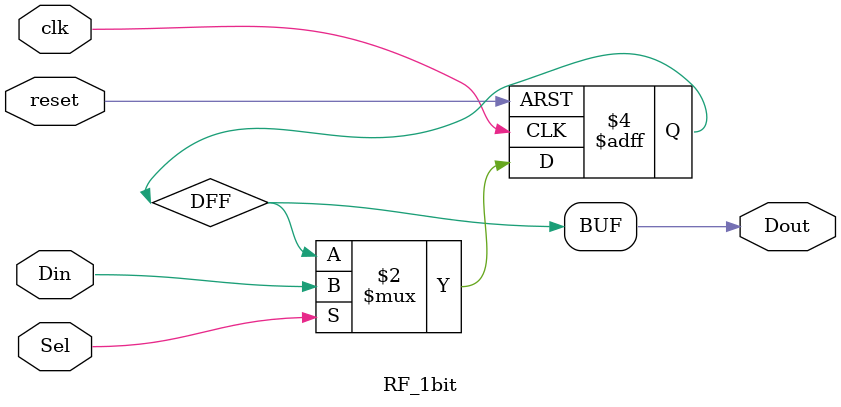
<source format=v>
module RF_1bit (
    input wire clk,
    input wire reset,
    input wire Din,
    input wire Sel,  
    output wire Dout
);
    reg DFF;
    
    always @(posedge clk or posedge reset) 
    begin
        if (reset) 
            DFF <= 1'b0;       
        else if (Sel) 
            DFF <= Din;               
    end

    assign Dout = DFF;

endmodule

</source>
